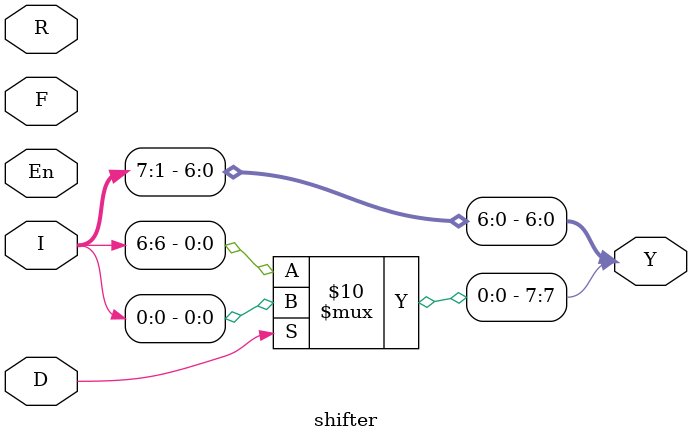
<source format=v>
`timescale 1ns / 1ps


module shifter(
input [7:0] I,
input D,
input R,
input F,
input En,
output reg [7:0] Y
);
//only difference betwenn rotate and shift is fill signal
//FIX THIS
always @ (*)
begin
if (En == 0) //No Action
    Y = I;
else
    if (R == 0) //No rotate
        if(D ==0) //shift left
            Y[0] = F;
            Y[7:1] = I[6:0];
        if(D != 0) //shift right
            Y[7] = F; 
            Y[6:0] = I[6:0];
     if(R!=0)// rotate
        if(D == 0)
            Y[0] = I[7];
            Y[7:1] = I[6:0];
        if(D != 0) //shift right
            Y[7] = I[0]; 
            Y[6:0] = I[7:1];
            //Y = (D == 0) ? {I[2:0], I[3]} : {I[0], I[3:1]}; //ONE DAY I WILL EXPAND THIS.
end
endmodule

</source>
